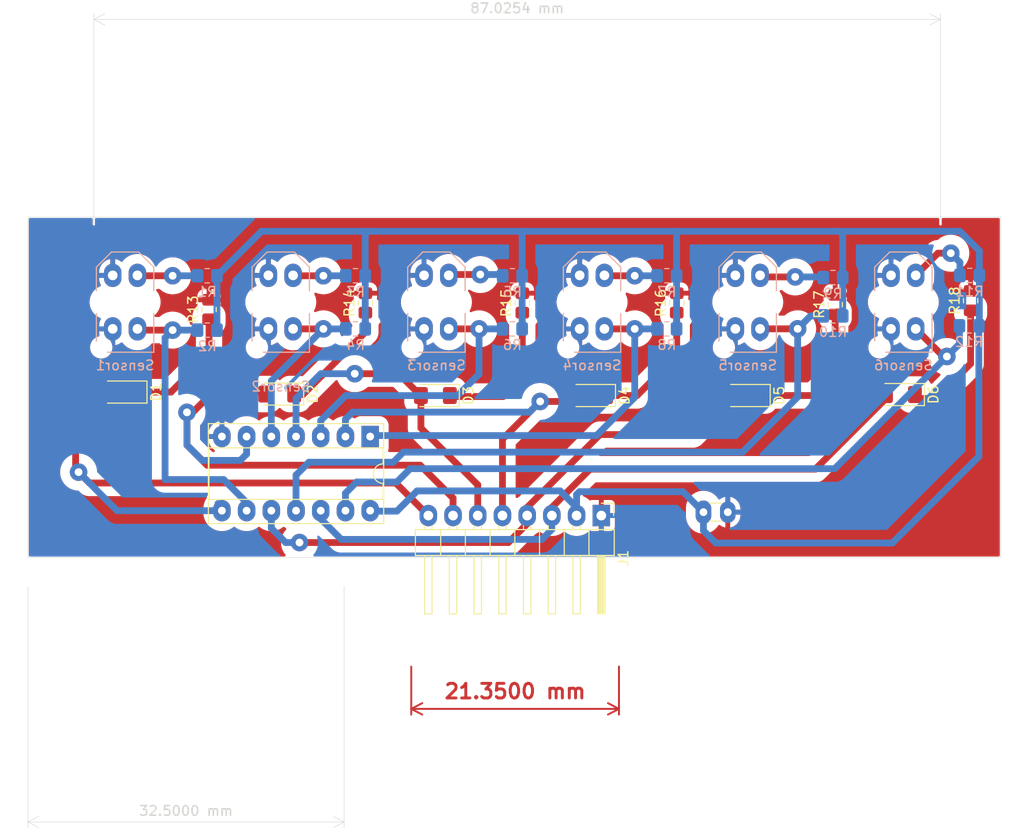
<source format=kicad_pcb>
(kicad_pcb (version 20241229) (generator "pcbnew") (generator_version "9.0")
  (layers (0 "F.Cu" signal) (2 "B.Cu" signal) (13 "F.Paste" user) (15 "B.Paste" user) (5 "F.SilkS" user "F.Silkscreen") (7 "B.SilkS" user "B.Silkscreen") (1 "F.Mask" user) (3 "B.Mask" user) (25 "Edge.Cuts" user))
  (net 0 "")
  (net 1 "vcc")
  (net 2 "GND")
  (net 3 "Net-(D1-K)")
  (net 4 "/Led_Sensor1")
  (net 5 "Net-(D2-K)")
  (net 6 "/Led_Sensor2")
  (net 7 "/Led_Sensor3")
  (net 8 "Net-(D3-K)")
  (net 9 "/Led_Sensor4")
  (net 10 "Net-(D4-K)")
  (net 11 "/Led_Sensor5")
  (net 12 "Net-(D5-K)")
  (net 13 "/Led_Sensor6")
  (net 14 "Net-(D6-K)")
  (net 15 "Net-(R1-Pad1)")
  (net 16 "/Sensor1")
  (net 17 "Net-(R3-Pad1)")
  (net 18 "/Sensor2")
  (net 19 "Net-(R5-Pad1)")
  (net 20 "/Sensor3")
  (net 21 "Net-(R7-Pad1)")
  (net 22 "/Sensor4")
  (net 23 "Net-(R9-Pad1)")
  (net 24 "/Sensor5")
  (net 25 "Net-(R11-Pad1)")
  (net 26 "/Sensor6")
  (footprint "Connector_PinHeader_2.54mm:PinHeader_1x08_P2.54mm_Horizontal" (layer "F.Cu") (at 109.5098 59.2266 -90)
    (property "Reference" "J1" (at 4.385 -2.27 270) (layer "F.SilkS"))
    (property "Value" "Conn_01x08_Pin")
    (pad "1" thru_hole rect (at 0 0 270) (size 2.2 1.8) (drill 1) (layers "*.Cu" "*.Mask") (net 2 "GND"))
    (pad "2" thru_hole oval (at 0 2.54 270) (size 2.2 1.8) (drill 1) (layers "*.Cu" "*.Mask") (net 1 "vcc"))
    (pad "3" thru_hole oval (at 0 5.08 270) (size 2.2 1.8) (drill 1) (layers "*.Cu" "*.Mask") (net 13 "/Led_Sensor6"))
    (pad "4" thru_hole oval (at 0 7.62 270) (size 2.2 1.8) (drill 1) (layers "*.Cu" "*.Mask") (net 11 "/Led_Sensor5"))
    (pad "5" thru_hole oval (at 0 10.16 270) (size 2.2 1.8) (drill 1) (layers "*.Cu" "*.Mask") (net 9 "/Led_Sensor4"))
    (pad "6" thru_hole oval (at 0 12.7 270) (size 2.2 1.8) (drill 1) (layers "*.Cu" "*.Mask") (net 7 "/Led_Sensor3"))
    (pad "7" thru_hole oval (at 0 15.24 270) (size 2.2 1.8) (drill 1) (layers "*.Cu" "*.Mask") (net 6 "/Led_Sensor2"))
    (pad "8" thru_hole oval (at 0 17.78 270) (size 2.2 1.8) (drill 1) (layers "*.Cu" "*.Mask") (net 4 "/Led_Sensor1"))
  )
  (footprint "Resistor_SMD:R_0805_2012Metric_Pad1.20x1.40mm_HandSolder" (layer "F.Cu") (at 101.388617 37.3712 90)
    (property "Reference" "R15" (at 0 -1.65 90) (layer "F.SilkS"))
    (property "Value" "1k")
    (pad "1" smd roundrect (at -1 0 90) (size 1.2 1.4) (layers "F.Cu" "F.Mask" "F.Paste") (roundrect_rratio 0.208333) (net 8 "Net-(D3-K)"))
    (pad "2" smd roundrect (at 1 0 90) (size 1.2 1.4) (layers "F.Cu" "F.Mask" "F.Paste") (roundrect_rratio 0.208333) (net 2 "GND"))
  )
  (footprint "LED_SMD:LED_1206_3216Metric_Pad1.42x1.75mm_HandSolder" (layer "F.Cu") (at 76.454 46.736 180)
    (property "Reference" "D2" (at -3.390017 0 90) (layer "F.SilkS"))
    (property "Value" "LED")
    (pad "1" smd roundrect (at -1.4875 0 180) (size 1.425 1.75) (layers "F.Cu" "F.Mask" "F.Paste") (roundrect_rratio 0.175439) (net 5 "Net-(D2-K)"))
    (pad "2" smd roundrect (at 1.4875 0 180) (size 1.425 1.75) (layers "F.Cu" "F.Mask" "F.Paste") (roundrect_rratio 0.175439) (net 6 "/Led_Sensor2"))
  )
  (footprint "Resistor_SMD:R_0805_2012Metric_Pad1.20x1.40mm_HandSolder" (layer "F.Cu") (at 147.4724 37.1348 90)
    (property "Reference" "R18" (at 0 -1.65 90) (layer "F.SilkS"))
    (property "Value" "1k")
    (pad "1" smd roundrect (at -1 0 90) (size 1.2 1.4) (layers "F.Cu" "F.Mask" "F.Paste") (roundrect_rratio 0.208333) (net 14 "Net-(D6-K)"))
    (pad "2" smd roundrect (at 1 0 90) (size 1.2 1.4) (layers "F.Cu" "F.Mask" "F.Paste") (roundrect_rratio 0.208333) (net 2 "GND"))
  )
  (footprint "LED_SMD:LED_1206_3216Metric_Pad1.42x1.75mm_HandSolder" (layer "F.Cu") (at 92.456 46.8884 180)
    (property "Reference" "D3" (at -3.390017 0 90) (layer "F.SilkS"))
    (property "Value" "LED" (hide yes))
    (pad "1" smd roundrect (at -1.4875 0 180) (size 1.425 1.75) (layers "F.Cu" "F.Mask" "F.Paste") (roundrect_rratio 0.175439) (net 8 "Net-(D3-K)"))
    (pad "2" smd roundrect (at 1.4875 0 180) (size 1.425 1.75) (layers "F.Cu" "F.Mask" "F.Paste") (roundrect_rratio 0.175439) (net 7 "/Led_Sensor3"))
  )
  (footprint "LED_SMD:LED_1206_3216Metric_Pad1.42x1.75mm_HandSolder" (layer "F.Cu") (at 140.2588 46.7868 180)
    (property "Reference" "D6" (at -3.390017 0 90) (layer "F.SilkS"))
    (property "Value" "LED")
    (pad "1" smd roundrect (at -1.4875 0 180) (size 1.425 1.75) (layers "F.Cu" "F.Mask" "F.Paste") (roundrect_rratio 0.175439) (net 14 "Net-(D6-K)"))
    (pad "2" smd roundrect (at 1.4875 0 180) (size 1.425 1.75) (layers "F.Cu" "F.Mask" "F.Paste") (roundrect_rratio 0.175439) (net 13 "/Led_Sensor6"))
  )
  (footprint "Resistor_SMD:R_0805_2012Metric_Pad1.20x1.40mm_HandSolder" (layer "F.Cu") (at 69.1896 38.0492 90)
    (property "Reference" "R13" (at 0 -1.65 90) (layer "F.SilkS"))
    (property "Value" "1k")
    (pad "1" smd roundrect (at -1 0 90) (size 1.2 1.4) (layers "F.Cu" "F.Mask" "F.Paste") (roundrect_rratio 0.208333) (net 3 "Net-(D1-K)"))
    (pad "2" smd roundrect (at 1 0 90) (size 1.2 1.4) (layers "F.Cu" "F.Mask" "F.Paste") (roundrect_rratio 0.208333) (net 2 "GND"))
  )
  (footprint "LED_SMD:LED_1206_3216Metric_Pad1.42x1.75mm_HandSolder" (layer "F.Cu") (at 108.5088 46.8884 180)
    (property "Reference" "D4" (at -3.390017 0 270) (layer "F.SilkS"))
    (property "Value" "LED")
    (pad "1" smd roundrect (at -1.4875 0 180) (size 1.425 1.75) (layers "F.Cu" "F.Mask" "F.Paste") (roundrect_rratio 0.175439) (net 10 "Net-(D4-K)"))
    (pad "2" smd roundrect (at 1.4875 0 180) (size 1.425 1.75) (layers "F.Cu" "F.Mask" "F.Paste") (roundrect_rratio 0.175439) (net 9 "/Led_Sensor4"))
  )
  (footprint "Resistor_SMD:R_0805_2012Metric_Pad1.20x1.40mm_HandSolder" (layer "F.Cu") (at 133.5532 37.5412 90)
    (property "Reference" "R17" (at 0 -1.65 90) (layer "F.SilkS"))
    (property "Value" "1k")
    (pad "1" smd roundrect (at -1 0 90) (size 1.2 1.4) (layers "F.Cu" "F.Mask" "F.Paste") (roundrect_rratio 0.208333) (net 12 "Net-(D5-K)"))
    (pad "2" smd roundrect (at 1 0 90) (size 1.2 1.4) (layers "F.Cu" "F.Mask" "F.Paste") (roundrect_rratio 0.208333) (net 2 "GND"))
  )
  (footprint "Resistor_SMD:R_0805_2012Metric_Pad1.20x1.40mm_HandSolder" (layer "F.Cu") (at 85.259617 37.3712 90)
    (property "Reference" "R14" (at 0 -1.65 90) (layer "F.SilkS"))
    (property "Value" "1k")
    (pad "1" smd roundrect (at -1 0 90) (size 1.2 1.4) (layers "F.Cu" "F.Mask" "F.Paste") (roundrect_rratio 0.208333) (net 5 "Net-(D2-K)"))
    (pad "2" smd roundrect (at 1 0 90) (size 1.2 1.4) (layers "F.Cu" "F.Mask" "F.Paste") (roundrect_rratio 0.208333) (net 2 "GND"))
  )
  (footprint "Resistor_SMD:R_0805_2012Metric_Pad1.20x1.40mm_HandSolder" (layer "F.Cu") (at 117.263617 37.3712 90)
    (property "Reference" "R16" (at 0 -1.65 90) (layer "F.SilkS"))
    (property "Value" "1k")
    (pad "1" smd roundrect (at -1 0 90) (size 1.2 1.4) (layers "F.Cu" "F.Mask" "F.Paste") (roundrect_rratio 0.208333) (net 10 "Net-(D4-K)"))
    (pad "2" smd roundrect (at 1 0 90) (size 1.2 1.4) (layers "F.Cu" "F.Mask" "F.Paste") (roundrect_rratio 0.208333) (net 2 "GND"))
  )
  (footprint "Package_DIP:DIP-14_W7.62mm_Socket" (layer "F.Cu") (at 85.7504 51.1048 -90)
    (property "Reference" "U1" (hide yes))
    (property "Value" "74HC14DR2G")
    (pad "1" thru_hole rect (at 0 0 270) (size 2.2 1.8) (drill 0.8) (layers "*.Cu" "*.Mask") (net 22 "/Sensor4"))
    (pad "2" thru_hole oval (at 0 2.54 270) (size 2.2 1.8) (drill 0.8) (layers "*.Cu" "*.Mask") (net 9 "/Led_Sensor4"))
    (pad "3" thru_hole oval (at 0 5.08 270) (size 2.2 1.8) (drill 0.8) (layers "*.Cu" "*.Mask") (net 20 "/Sensor3"))
    (pad "4" thru_hole oval (at 0 7.62 270) (size 2.2 1.8) (drill 0.8) (layers "*.Cu" "*.Mask") (net 7 "/Led_Sensor3"))
    (pad "5" thru_hole oval (at 0 10.16 270) (size 2.2 1.8) (drill 0.8) (layers "*.Cu" "*.Mask") (net 18 "/Sensor2"))
    (pad "6" thru_hole oval (at 0 12.7 270) (size 2.2 1.8) (drill 0.8) (layers "*.Cu" "*.Mask") (net 6 "/Led_Sensor2"))
    (pad "7" thru_hole oval (at 0 15.24 270) (size 2.2 1.8) (drill 0.8) (layers "*.Cu" "*.Mask") (net 2 "GND"))
    (pad "8" thru_hole oval (at 7.62 15.24 270) (size 2.2 1.8) (drill 0.8) (layers "*.Cu" "*.Mask") (net 4 "/Led_Sensor1"))
    (pad "9" thru_hole oval (at 7.62 12.7 270) (size 2.2 1.8) (drill 0.8) (layers "*.Cu" "*.Mask") (net 16 "/Sensor1"))
    (pad "10" thru_hole oval (at 7.62 10.16 270) (size 2.2 1.8) (drill 0.8) (layers "*.Cu" "*.Mask") (net 11 "/Led_Sensor5"))
    (pad "11" thru_hole oval (at 7.62 7.62 270) (size 2.2 1.8) (drill 0.8) (layers "*.Cu" "*.Mask") (net 24 "/Sensor5"))
    (pad "12" thru_hole oval (at 7.62 5.08 270) (size 2.2 1.8) (drill 0.8) (layers "*.Cu" "*.Mask") (net 13 "/Led_Sensor6"))
    (pad "13" thru_hole oval (at 7.62 2.54 270) (size 2.2 1.8) (drill 0.8) (layers "*.Cu" "*.Mask") (net 26 "/Sensor6"))
    (pad "14" thru_hole oval (at 7.62 0 270) (size 2.2 1.8) (drill 0.8) (layers "*.Cu" "*.Mask") (net 1 "vcc"))
  )
  (footprint "Capacitor_THT:C_Disc_D3.0mm_W1.6mm_P2.50mm" (layer "F.Cu") (at 120.0096 58.8772)
    (property "Reference" "C1" (hide yes))
    (property "Value" "C")
    (pad "1" thru_hole oval (at 0 0) (size 1.6 2.4) (drill 0.8) (layers "*.Cu" "*.Mask") (net 1 "vcc"))
    (pad "2" thru_hole oval (at 2.5 0) (size 1.6 2.2) (drill 0.8) (layers "*.Cu" "*.Mask") (net 2 "GND"))
  )
  (footprint "LED_SMD:LED_1206_3216Metric_Pad1.42x1.75mm_HandSolder" (layer "F.Cu") (at 124.4092 46.8884 180)
    (property "Reference" "D5" (at -3.390017 0 270) (layer "F.SilkS"))
    (property "Value" "LED")
    (pad "1" smd roundrect (at -1.4875 0 180) (size 1.425 1.75) (layers "F.Cu" "F.Mask" "F.Paste") (roundrect_rratio 0.175439) (net 12 "Net-(D5-K)"))
    (pad "2" smd roundrect (at 1.4875 0 180) (size 1.425 1.75) (layers "F.Cu" "F.Mask" "F.Paste") (roundrect_rratio 0.175439) (net 11 "/Led_Sensor5"))
  )
  (footprint "LED_SMD:LED_1206_3216Metric_Pad1.42x1.75mm_HandSolder" (layer "F.Cu") (at 60.3504 46.5328 180)
    (property "Reference" "D1" (at -3.390017 0 90) (layer "F.SilkS"))
    (property "Value" "LED")
    (pad "1" smd roundrect (at -1.4875 0 180) (size 1.425 1.75) (layers "F.Cu" "F.Mask" "F.Paste") (roundrect_rratio 0.175439) (net 3 "Net-(D1-K)"))
    (pad "2" smd roundrect (at 1.4875 0 180) (size 1.425 1.75) (layers "F.Cu" "F.Mask" "F.Paste") (roundrect_rratio 0.175439) (net 4 "/Led_Sensor1"))
  )
  (footprint "Resistor_SMD:R_0805_2012Metric_Pad1.20x1.40mm_HandSolder" (layer "B.Cu") (at 116.247617 40.0382)
    (property "Reference" "R8" (at 0 1.65 0) (layer "B.SilkS") (effects (justify mirror)))
    (property "Value" "10k")
    (pad "1" smd roundrect (at -1 0) (size 1.2 1.4) (layers "B.Cu" "B.Mask" "B.Paste") (roundrect_rratio 0.208333) (net 22 "/Sensor4"))
    (pad "2" smd roundrect (at 1 0) (size 1.2 1.4) (layers "B.Cu" "B.Mask" "B.Paste") (roundrect_rratio 0.208333) (net 1 "vcc"))
  )
  (footprint "TCRT5000:OPTO_TCRT5000_ancho" (layer "B.Cu") (at 92.5576 37.2872 90)
    (property "Reference" "Sensor3" (at -6.5 0 0) (layer "B.SilkS") (effects (font (size 1.004126 1.004126)) (justify mirror)))
    (property "Value" "TCRT5000")
    (pad "" np_thru_hole circle (at -4.65 -2.45 90) (size 1 1) (drill 1.3) (layers "*.Cu" "*.Mask"))
    (pad "" np_thru_hole circle (at 0 -1.9 90) (size 2.5 2.5) (drill 2.5) (layers "*.Cu" "*.Mask"))
    (pad "" np_thru_hole circle (at 0 1.9 90) (size 2.5 2.5) (drill 2.5) (layers "*.Cu" "*.Mask"))
    (pad "A" thru_hole oval (at 2.75 1.27 90) (size 2.4 1.8) (drill 1) (layers "*.Cu" "*.Mask") (net 19 "Net-(R5-Pad1)"))
    (pad "CATH" thru_hole oval (at 2.75 -1.27 90) (size 2.4 1.8) (drill 1) (layers "*.Cu" "*.Mask") (net 2 "GND"))
    (pad "COLL" thru_hole oval (at -2.75 1.27 90) (size 2.4 1.8) (drill 1) (layers "*.Cu" "*.Mask") (net 20 "/Sensor3"))
    (pad "E" thru_hole oval (at -2.75 -1.27 90) (size 2.4 1.8) (drill 1) (layers "*.Cu" "*.Mask") (net 2 "GND"))
  )
  (footprint "TCRT5000:OPTO_TCRT5000_ancho" (layer "B.Cu") (at 76.5576 37.2872 90)
    (property "Reference" "Sensor2" (at -8.674 0 0) (layer "B.SilkS") (effects (font (size 1.004126 1.004126)) (justify mirror)))
    (property "Value" "TCRT5000")
    (pad "" np_thru_hole circle (at -4.65 -2.45 90) (size 1 1) (drill 1.3) (layers "*.Cu" "*.Mask"))
    (pad "" np_thru_hole circle (at 0 -1.9 90) (size 2.5 2.5) (drill 2.5) (layers "*.Cu" "*.Mask"))
    (pad "" np_thru_hole circle (at 0 1.9 90) (size 2.5 2.5) (drill 2.5) (layers "*.Cu" "*.Mask"))
    (pad "A" thru_hole oval (at 2.75 1.27 90) (size 2.4 1.8) (drill 1) (layers "*.Cu" "*.Mask") (net 17 "Net-(R3-Pad1)"))
    (pad "CATH" thru_hole oval (at 2.75 -1.27 90) (size 2.4 1.8) (drill 1) (layers "*.Cu" "*.Mask") (net 2 "GND"))
    (pad "COLL" thru_hole oval (at -2.75 1.27 90) (size 2.4 1.8) (drill 1) (layers "*.Cu" "*.Mask") (net 18 "/Sensor2"))
    (pad "E" thru_hole oval (at -2.75 -1.27 90) (size 2.4 1.8) (drill 1) (layers "*.Cu" "*.Mask") (net 2 "GND"))
  )
  (footprint "Resistor_SMD:R_0805_2012Metric_Pad1.20x1.40mm_HandSolder" (layer "B.Cu") (at 116.247617 34.5772)
    (property "Reference" "R7" (at 0 1.65 0) (layer "B.SilkS") (effects (justify mirror)))
    (property "Value" "10k")
    (pad "1" smd roundrect (at -1 0) (size 1.2 1.4) (layers "B.Cu" "B.Mask" "B.Paste") (roundrect_rratio 0.208333) (net 21 "Net-(R7-Pad1)"))
    (pad "2" smd roundrect (at 1 0) (size 1.2 1.4) (layers "B.Cu" "B.Mask" "B.Paste") (roundrect_rratio 0.208333) (net 1 "vcc"))
  )
  (footprint "TCRT5000:OPTO_TCRT5000_ancho" (layer "B.Cu") (at 140.5576 37.2872 90)
    (property "Reference" "Sensor6" (at -6.5 0 0) (layer "B.SilkS") (effects (font (size 1.004126 1.004126)) (justify mirror)))
    (property "Value" "TCRT5000")
    (pad "" np_thru_hole circle (at -4.65 -2.45 90) (size 1 1) (drill 1.3) (layers "*.Cu" "*.Mask"))
    (pad "" np_thru_hole circle (at 0 -1.9 90) (size 2.5 2.5) (drill 2.5) (layers "*.Cu" "*.Mask"))
    (pad "" np_thru_hole circle (at 0 1.9 90) (size 2.5 2.5) (drill 2.5) (layers "*.Cu" "*.Mask"))
    (pad "A" thru_hole oval (at 2.75 1.27 90) (size 2.4 1.8) (drill 1) (layers "*.Cu" "*.Mask") (net 25 "Net-(R11-Pad1)"))
    (pad "CATH" thru_hole oval (at 2.75 -1.27 90) (size 2.4 1.8) (drill 1) (layers "*.Cu" "*.Mask") (net 2 "GND"))
    (pad "COLL" thru_hole oval (at -2.75 1.27 90) (size 2.4 1.8) (drill 1) (layers "*.Cu" "*.Mask") (net 26 "/Sensor6"))
    (pad "E" thru_hole oval (at -2.75 -1.27 90) (size 2.4 1.8) (drill 1) (layers "*.Cu" "*.Mask") (net 2 "GND"))
  )
  (footprint "Resistor_SMD:R_0805_2012Metric_Pad1.20x1.40mm_HandSolder" (layer "B.Cu") (at 100.372617 40.0382)
    (property "Reference" "R6" (at 0 1.65 0) (layer "B.SilkS") (effects (justify mirror)))
    (property "Value" "10k")
    (pad "1" smd roundrect (at -1 0) (size 1.2 1.4) (layers "B.Cu" "B.Mask" "B.Paste") (roundrect_rratio 0.208333) (net 20 "/Sensor3"))
    (pad "2" smd roundrect (at 1 0) (size 1.2 1.4) (layers "B.Cu" "B.Mask" "B.Paste") (roundrect_rratio 0.208333) (net 1 "vcc"))
  )
  (footprint "Resistor_SMD:R_0805_2012Metric_Pad1.20x1.40mm_HandSolder" (layer "B.Cu") (at 84.243617 34.5772)
    (property "Reference" "R3" (at 0 1.65 0) (layer "B.SilkS") (effects (justify mirror)))
    (property "Value" "10k")
    (pad "1" smd roundrect (at -1 0) (size 1.2 1.4) (layers "B.Cu" "B.Mask" "B.Paste") (roundrect_rratio 0.208333) (net 17 "Net-(R3-Pad1)"))
    (pad "2" smd roundrect (at 1 0) (size 1.2 1.4) (layers "B.Cu" "B.Mask" "B.Paste") (roundrect_rratio 0.208333) (net 1 "vcc"))
  )
  (footprint "Resistor_SMD:R_0805_2012Metric_Pad1.20x1.40mm_HandSolder" (layer "B.Cu") (at 133.3246 38.7002)
    (property "Reference" "R10" (at 0 1.65 0) (layer "B.SilkS") (effects (justify mirror)))
    (property "Value" "10k")
    (pad "1" smd roundrect (at -1 0) (size 1.2 1.4) (layers "B.Cu" "B.Mask" "B.Paste") (roundrect_rratio 0.208333) (net 24 "/Sensor5"))
    (pad "2" smd roundrect (at 1 0) (size 1.2 1.4) (layers "B.Cu" "B.Mask" "B.Paste") (roundrect_rratio 0.208333) (net 1 "vcc"))
  )
  (footprint "Resistor_SMD:R_0805_2012Metric_Pad1.20x1.40mm_HandSolder" (layer "B.Cu") (at 69.003617 40.1652)
    (property "Reference" "R2" (at 0 1.65 0) (layer "B.SilkS") (effects (justify mirror)))
    (property "Value" "10k")
    (pad "1" smd roundrect (at -1 0) (size 1.2 1.4) (layers "B.Cu" "B.Mask" "B.Paste") (roundrect_rratio 0.208333) (net 16 "/Sensor1"))
    (pad "2" smd roundrect (at 1 0) (size 1.2 1.4) (layers "B.Cu" "B.Mask" "B.Paste") (roundrect_rratio 0.208333) (net 1 "vcc"))
  )
  (footprint "Resistor_SMD:R_0805_2012Metric_Pad1.20x1.40mm_HandSolder" (layer "B.Cu") (at 100.372617 34.5772)
    (property "Reference" "R5" (at 0 1.65 0) (layer "B.SilkS") (effects (justify mirror)))
    (property "Value" "10k")
    (pad "1" smd roundrect (at -1 0) (size 1.2 1.4) (layers "B.Cu" "B.Mask" "B.Paste") (roundrect_rratio 0.208333) (net 19 "Net-(R5-Pad1)"))
    (pad "2" smd roundrect (at 1 0) (size 1.2 1.4) (layers "B.Cu" "B.Mask" "B.Paste") (roundrect_rratio 0.208333) (net 1 "vcc"))
  )
  (footprint "TCRT5000:OPTO_TCRT5000_ancho" (layer "B.Cu") (at 124.5576 37.2872 90)
    (property "Reference" "Sensor5" (at -6.5 0 0) (layer "B.SilkS") (effects (font (size 1.004126 1.004126)) (justify mirror)))
    (property "Value" "TCRT5000")
    (pad "" np_thru_hole circle (at -4.65 -2.45 90) (size 1 1) (drill 1.3) (layers "*.Cu" "*.Mask"))
    (pad "" np_thru_hole circle (at 0 -1.9 90) (size 2.5 2.5) (drill 2.5) (layers "*.Cu" "*.Mask"))
    (pad "" np_thru_hole circle (at 0 1.9 90) (size 2.5 2.5) (drill 2.5) (layers "*.Cu" "*.Mask"))
    (pad "A" thru_hole oval (at 2.75 1.27 90) (size 2.4 1.8) (drill 1) (layers "*.Cu" "*.Mask") (net 23 "Net-(R9-Pad1)"))
    (pad "CATH" thru_hole oval (at 2.75 -1.27 90) (size 2.4 1.8) (drill 1) (layers "*.Cu" "*.Mask") (net 2 "GND"))
    (pad "COLL" thru_hole oval (at -2.75 1.27 90) (size 2.4 1.8) (drill 1) (layers "*.Cu" "*.Mask") (net 24 "/Sensor5"))
    (pad "E" thru_hole oval (at -2.75 -1.27 90) (size 2.4 1.8) (drill 1) (layers "*.Cu" "*.Mask") (net 2 "GND"))
  )
  (footprint "Resistor_SMD:R_0805_2012Metric_Pad1.20x1.40mm_HandSolder" (layer "B.Cu") (at 84.243617 40.0382)
    (property "Reference" "R4" (at 0 1.65 0) (layer "B.SilkS") (effects (justify mirror)))
    (property "Value" "10k")
    (pad "1" smd roundrect (at -1 0) (size 1.2 1.4) (layers "B.Cu" "B.Mask" "B.Paste") (roundrect_rratio 0.208333) (net 18 "/Sensor2"))
    (pad "2" smd roundrect (at 1 0) (size 1.2 1.4) (layers "B.Cu" "B.Mask" "B.Paste") (roundrect_rratio 0.208333) (net 1 "vcc"))
  )
  (footprint "Resistor_SMD:R_0805_2012Metric_Pad1.20x1.40mm_HandSolder" (layer "B.Cu") (at 69.003617 34.5772)
    (property "Reference" "R1" (at 0 1.65 0) (layer "B.SilkS") (effects (justify mirror)))
    (property "Value" "10k")
    (pad "1" smd roundrect (at -1 0) (size 1.2 1.4) (layers "B.Cu" "B.Mask" "B.Paste") (roundrect_rratio 0.208333) (net 15 "Net-(R1-Pad1)"))
    (pad "2" smd roundrect (at 1 0) (size 1.2 1.4) (layers "B.Cu" "B.Mask" "B.Paste") (roundrect_rratio 0.208333) (net 1 "vcc"))
  )
  (footprint "Resistor_SMD:R_0805_2012Metric_Pad1.20x1.40mm_HandSolder" (layer "B.Cu") (at 133.3246 34.7632)
    (property "Reference" "R9" (at 0 1.65 0) (layer "B.SilkS") (effects (justify mirror)))
    (property "Value" "10k")
    (pad "1" smd roundrect (at -1 0) (size 1.2 1.4) (layers "B.Cu" "B.Mask" "B.Paste") (roundrect_rratio 0.208333) (net 23 "Net-(R9-Pad1)"))
    (pad "2" smd roundrect (at 1 0) (size 1.2 1.4) (layers "B.Cu" "B.Mask" "B.Paste") (roundrect_rratio 0.208333) (net 1 "vcc"))
  )
  (footprint "TCRT5000:OPTO_TCRT5000_ancho" (layer "B.Cu") (at 60.5576 37.2872 90)
    (property "Reference" "Sensor1" (at -6.5 0 0) (layer "B.SilkS") (effects (font (size 1.004126 1.004126)) (justify mirror)))
    (property "Value" "TCRT5000")
    (pad "" np_thru_hole circle (at -4.65 -2.45 90) (size 1 1) (drill 1.3) (layers "*.Cu" "*.Mask"))
    (pad "" np_thru_hole circle (at 0 -1.9 90) (size 2.5 2.5) (drill 2.5) (layers "*.Cu" "*.Mask"))
    (pad "" np_thru_hole circle (at 0 1.9 90) (size 2.5 2.5) (drill 2.5) (layers "*.Cu" "*.Mask"))
    (pad "A" thru_hole oval (at 2.75 1.27 90) (size 2.4 1.8) (drill 1) (layers "*.Cu" "*.Mask") (net 15 "Net-(R1-Pad1)"))
    (pad "CATH" thru_hole oval (at 2.75 -1.27 90) (size 2.4 1.8) (drill 1) (layers "*.Cu" "*.Mask") (net 2 "GND"))
    (pad "COLL" thru_hole oval (at -2.75 1.27 90) (size 2.4 1.8) (drill 1) (layers "*.Cu" "*.Mask") (net 16 "/Sensor1"))
    (pad "E" thru_hole oval (at -2.75 -1.27 90) (size 2.4 1.8) (drill 1) (layers "*.Cu" "*.Mask") (net 2 "GND"))
  )
  (footprint "Resistor_SMD:R_0805_2012Metric_Pad1.20x1.40mm_HandSolder" (layer "B.Cu") (at 147.32 39.7256)
    (property "Reference" "R12" (at 0 1.65 0) (layer "B.SilkS") (effects (justify mirror)))
    (property "Value" "10k")
    (pad "1" smd roundrect (at -1 0) (size 1.2 1.4) (layers "B.Cu" "B.Mask" "B.Paste") (roundrect_rratio 0.208333) (net 26 "/Sensor6"))
    (pad "2" smd roundrect (at 1 0) (size 1.2 1.4) (layers "B.Cu" "B.Mask" "B.Paste") (roundrect_rratio 0.208333) (net 1 "vcc"))
  )
  (footprint "Resistor_SMD:R_0805_2012Metric_Pad1.20x1.40mm_HandSolder" (layer "B.Cu") (at 147.3708 34.544)
    (property "Reference" "R11" (at 0 1.65 0) (layer "B.SilkS") (effects (justify mirror)))
    (property "Value" "10k")
    (pad "1" smd roundrect (at -1 0) (size 1.2 1.4) (layers "B.Cu" "B.Mask" "B.Paste") (roundrect_rratio 0.208333) (net 25 "Net-(R11-Pad1)"))
    (pad "2" smd roundrect (at 1 0) (size 1.2 1.4) (layers "B.Cu" "B.Mask" "B.Paste") (roundrect_rratio 0.208333) (net 1 "vcc"))
  )
  (footprint "TCRT5000:OPTO_TCRT5000_ancho" (layer "B.Cu") (at 108.5576 37.2872 90)
    (property "Reference" "Sensor4" (at -6.5 0 0) (layer "B.SilkS") (effects (font (size 1.004126 1.004126)) (justify mirror)))
    (property "Value" "TCRT5000")
    (pad "" np_thru_hole circle (at -4.65 -2.45 90) (size 1 1) (drill 1.3) (layers "*.Cu" "*.Mask"))
    (pad "" np_thru_hole circle (at 0 -1.9 90) (size 2.5 2.5) (drill 2.5) (layers "*.Cu" "*.Mask"))
    (pad "" np_thru_hole circle (at 0 1.9 90) (size 2.5 2.5) (drill 2.5) (layers "*.Cu" "*.Mask"))
    (pad "A" thru_hole oval (at 2.75 1.27 90) (size 2.4 1.8) (drill 1) (layers "*.Cu" "*.Mask") (net 21 "Net-(R7-Pad1)"))
    (pad "CATH" thru_hole oval (at 2.75 -1.27 90) (size 2.4 1.8) (drill 1) (layers "*.Cu" "*.Mask") (net 2 "GND"))
    (pad "COLL" thru_hole oval (at -2.75 1.27 90) (size 2.4 1.8) (drill 1) (layers "*.Cu" "*.Mask") (net 22 "/Sensor4"))
    (pad "E" thru_hole oval (at -2.75 -1.27 90) (size 2.4 1.8) (drill 1) (layers "*.Cu" "*.Mask") (net 2 "GND"))
  )
  (gr_rect (start 50.5712 28.54) (end 150.5712 63.54) (stroke (width 0.05)) (fill no) (layer "Edge.Cuts"))
  (dimension (type orthogonal) (layer "F.Cu") (pts (xy 111.3248 74.2532) (xy 89.9748 74.2532)) (height 4.8424) (orientation 0) (format (prefix "") (suffix "") (units 3) (units_format 1) (precision 4)) (style (thickness 0.2) (arrow_length 1.27) (text_position_mode 0) (arrow_direction outward) (extension_height 0.58642) (extension_offset 0.5) (keep_text_aligned yes)) (gr_text "21,3500 mm" (at 100.6498 77.2956 0) (layer "F.Cu") (effects (font (size 1.5 1.5) (thickness 0.3)))))
  (dimension (type orthogonal) (layer "Edge.Cuts") (pts (xy 50.5712 66.04) (xy 83.0712 66.04)) (height 24.6888) (orientation 0) (format (prefix "") (suffix "") (units 3) (units_format 1) (precision 4)) (style (thickness 0.05) (arrow_length 1.27) (text_position_mode 0) (arrow_direction outward) (extension_height 0.58642) (extension_offset 0.5) (keep_text_aligned yes)) (gr_text "32,5000 mm" (at 66.8212 89.5788 0) (layer "Edge.Cuts") (effects (font (size 1 1) (thickness 0.15)))))
  (dimension (type orthogonal) (layer "Edge.Cuts") (pts (xy 57.348192 29.785) (xy 144.3736 29.785)) (height -21.5554) (orientation 0) (format (prefix "") (suffix "") (units 3) (units_format 1) (precision 4)) (style (thickness 0.05) (arrow_length 1.27) (text_position_mode 0) (arrow_direction outward) (extension_height 0.58642) (extension_offset 0.5) (keep_text_aligned yes)) (gr_text "87,0254 mm" (at 100.860896 7.0796 0) (layer "Edge.Cuts") (effects (font (size 1 1) (thickness 0.15)))))
  (segment (start 105.279395 56.6928) (end 106.9698 58.383205) (width 0.7) (layer "B.Cu") (net 1))
  (segment (start 148.3708 34.544) (end 148.3708 32.009776) (width 0.7) (layer "B.Cu") (net 1))
  (segment (start 74.573817 30.007) (end 70.003617 34.5772) (width 0.7) (layer "B.Cu") (net 1))
  (segment (start 101.372617 34.5772) (end 101.372617 30.183583) (width 0.7) (layer "B.Cu") (net 1))
  (segment (start 117.2972 30.007) (end 101.5492 30.007) (width 0.7) (layer "B.Cu") (net 1))
  (segment (start 101.372617 30.183583) (end 101.5492 30.007) (width 0.7) (layer "B.Cu") (net 1))
  (segment (start 101.372617 40.0382) (end 101.372617 34.5772) (width 0.7) (layer "B.Cu") (net 1))
  (segment (start 148.3708 39.6748) (end 148.32 39.7256) (width 0.7) (layer "B.Cu") (net 1))
  (segment (start 146.368024 30.007) (end 134.0104 30.007) (width 0.7) (layer "B.Cu") (net 1))
  (segment (start 85.243617 34.5772) (end 85.243617 40.0382) (width 0.7) (layer "B.Cu") (net 1))
  (segment (start 134.3246 30.3212) (end 134.0104 30.007) (width 0.7) (layer "B.Cu") (net 1))
  (segment (start 85.243617 30.310583) (end 85.5472 30.007) (width 0.7) (layer "B.Cu") (net 1))
  (segment (start 85.5472 30.007) (end 74.573817 30.007) (width 0.7) (layer "B.Cu") (net 1))
  (segment (start 148.3708 32.009776) (end 146.368024 30.007) (width 0.7) (layer "B.Cu") (net 1))
  (segment (start 134.3246 34.7632) (end 134.3246 30.3212) (width 0.7) (layer "B.Cu") (net 1))
  (segment (start 117.247617 30.056583) (end 117.2972 30.007) (width 0.7) (layer "B.Cu") (net 1))
  (segment (start 106.9698 57.0646) (end 107.2588 56.7756) (width 0.7) (layer "B.Cu") (net 1))
  (segment (start 148.32 53.1528) (end 148.32 39.7256) (width 0.7) (layer "B.Cu") (net 1))
  (segment (start 117.247617 34.5772) (end 117.247617 40.0382) (width 0.7) (layer "B.Cu") (net 1))
  (segment (start 121.2838 62.0514) (end 139.4214 62.0514) (width 0.7) (layer "B.Cu") (net 1))
  (segment (start 117.247617 34.5772) (end 117.247617 30.056583) (width 0.7) (layer "B.Cu") (net 1))
  (segment (start 90.5764 56.6928) (end 105.279395 56.6928) (width 0.7) (layer "B.Cu") (net 1))
  (segment (start 117.908 56.7756) (end 120.0096 58.8772) (width 0.7) (layer "B.Cu") (net 1))
  (segment (start 85.243617 34.5772) (end 85.243617 30.310583) (width 0.7) (layer "B.Cu") (net 1))
  (segment (start 107.2588 56.7756) (end 117.908 56.7756) (width 0.7) (layer "B.Cu") (net 1))
  (segment (start 88.4936 58.7756) (end 90.5764 56.6928) (width 0.7) (layer "B.Cu") (net 1))
  (segment (start 139.4214 62.0514) (end 148.32 53.1528) (width 0.7) (layer "B.Cu") (net 1))
  (segment (start 85.7504 58.7248) (end 85.8012 58.7756) (width 0.7) (layer "B.Cu") (net 1))
  (segment (start 134.0104 30.007) (end 117.2972 30.007) (width 0.7) (layer "B.Cu") (net 1))
  (segment (start 106.9698 58.383205) (end 106.9698 59.2266) (width 0.7) (layer "B.Cu") (net 1))
  (segment (start 101.5492 30.007) (end 85.5472 30.007) (width 0.7) (layer "B.Cu") (net 1))
  (segment (start 134.3246 34.7632) (end 134.3246 38.7002) (width 0.7) (layer "B.Cu") (net 1))
  (segment (start 85.8012 58.7756) (end 88.4936 58.7756) (width 0.7) (layer "B.Cu") (net 1))
  (segment (start 148.3708 34.544) (end 148.3708 39.6748) (width 0.7) (layer "B.Cu") (net 1))
  (segment (start 70.003617 34.5772) (end 70.003617 40.1652) (width 0.7) (layer "B.Cu") (net 1))
  (segment (start 120.0096 60.7772) (end 121.2838 62.0514) (width 0.7) (layer "B.Cu") (net 1))
  (segment (start 120.0096 58.8772) (end 120.0096 60.7772) (width 0.7) (layer "B.Cu") (net 1))
  (segment (start 106.9698 59.2266) (end 106.9698 57.0646) (width 0.7) (layer "B.Cu") (net 1))
  (segment (start 69.1896 42.6212) (end 69.1896 39.0492) (width 0.7) (layer "F.Cu") (net 3))
  (segment (start 65.278 46.5328) (end 69.1896 42.6212) (width 0.7) (layer "F.Cu") (net 3))
  (segment (start 61.8379 46.5328) (end 65.278 46.5328) (width 0.7) (layer "F.Cu") (net 3))
  (segment (start 55.4736 47.4472) (end 56.7436 46.1772) (width 0.7) (layer "F.Cu") (net 4))
  (segment (start 88.3832 55.88) (end 56.896 55.88) (width 0.7) (layer "F.Cu") (net 4))
  (segment (start 56.7436 46.1772) (end 58.8629 46.1772) (width 0.7) (layer "F.Cu") (net 4))
  (segment (start 91.7298 59.2266) (end 88.3832 55.88) (width 0.7) (layer "F.Cu") (net 4))
  (segment (start 55.4736 54.3052) (end 55.4736 47.4472) (width 0.7) (layer "F.Cu") (net 4))
  (segment (start 56.896 55.88) (end 55.7784 54.7624) (width 0.7) (layer "F.Cu") (net 4))
  (via (at 55.7784 54.7624) (size 1.8) (drill 0.8) (layers "F.Cu" "B.Cu") (net 4))
  (segment (start 59.7408 58.7248) (end 70.5104 58.7248) (width 0.7) (layer "B.Cu") (net 4))
  (segment (start 70.109 58.8364) (end 70.109 57.993005) (width 0.7) (layer "B.Cu") (net 4))
  (segment (start 55.7784 54.7624) (end 59.7408 58.7248) (width 0.7) (layer "B.Cu") (net 4))
  (segment (start 78.8416 46.7868) (end 85.259617 40.368783) (width 0.7) (layer "F.Cu") (net 5))
  (segment (start 85.259617 40.368783) (end 85.259617 38.3712) (width 0.7) (layer "F.Cu") (net 5))
  (segment (start 77.9415 46.8884) (end 78.0431 46.7868) (width 0.7) (layer "F.Cu") (net 5))
  (segment (start 78.0431 46.7868) (end 78.8416 46.7868) (width 0.7) (layer "F.Cu") (net 5))
  (segment (start 66.9184 48.6156) (end 67.5132 48.6156) (width 0.7) (layer "F.Cu") (net 6))
  (segment (start 90.8944 54.0512) (end 94.2698 57.4266) (width 0.7) (layer "F.Cu") (net 6))
  (segment (start 67.5132 48.6156) (end 69.596 46.5328) (width 0.7) (layer "F.Cu") (net 6))
  (segment (start 94.2698 57.4266) (end 94.2698 59.2266) (width 0.7) (layer "F.Cu") (net 6))
  (segment (start 69.596 46.5328) (end 74.9665 46.5328) (width 0.7) (layer "F.Cu") (net 6))
  (segment (start 68.9864 54.0512) (end 90.8944 54.0512) (width 0.7) (layer "F.Cu") (net 6))
  (segment (start 66.9184 51.9832) (end 68.9864 54.0512) (width 0.7) (layer "F.Cu") (net 6))
  (segment (start 66.9184 48.6156) (end 66.9184 51.9832) (width 0.7) (layer "F.Cu") (net 6))
  (via (at 66.9184 48.6156) (size 1.8) (drill 0.8) (layers "F.Cu" "B.Cu") (net 6))
  (segment (start 72.3994 53.5558) (end 73.0504 52.9048) (width 0.7) (layer "B.Cu") (net 6))
  (segment (start 66.9184 51.9832) (end 68.491 53.5558) (width 0.7) (layer "B.Cu") (net 6))
  (segment (start 66.9184 48.6156) (end 66.9184 51.9832) (width 0.7) (layer "B.Cu") (net 6))
  (segment (start 73.0504 52.9048) (end 73.0504 51.1048) (width 0.7) (layer "B.Cu") (net 6))
  (segment (start 68.491 53.5558) (end 72.3994 53.5558) (width 0.7) (layer "B.Cu") (net 6))
  (segment (start 96.8098 59.2266) (end 96.8098 56.0682) (width 0.7) (layer "F.Cu") (net 7))
  (segment (start 88.687591 44.643991) (end 90.932 46.8884) (width 0.7) (layer "F.Cu") (net 7))
  (segment (start 90.932 46.8884) (end 90.9685 46.8884) (width 0.7) (layer "F.Cu") (net 7))
  (segment (start 96.8098 56.0682) (end 90.9685 50.2269) (width 0.7) (layer "F.Cu") (net 7))
  (segment (start 84.166391 44.643991) (end 88.687591 44.643991) (width 0.7) (layer "F.Cu") (net 7))
  (segment (start 90.8669 46.99) (end 90.9685 46.8884) (width 0.7) (layer "F.Cu") (net 7))
  (segment (start 90.9685 50.2269) (end 90.9685 46.8884) (width 0.7) (layer "F.Cu") (net 7))
  (via (at 84.166391 44.643991) (size 1.8) (drill 0.8) (layers "F.Cu" "B.Cu") (net 7))
  (segment (start 84.166391 44.643991) (end 80.679609 44.643991) (width 0.7) (layer "B.Cu") (net 7))
  (segment (start 78.1304 47.1932) (end 78.1304 51.1048) (width 0.7) (layer "B.Cu") (net 7))
  (segment (start 80.679609 44.643991) (end 78.1304 47.1932) (width 0.7) (layer "B.Cu") (net 7))
  (segment (start 99.4156 46.99) (end 101.388617 45.016983) (width 0.7) (layer "F.Cu") (net 8))
  (segment (start 93.8927 46.99) (end 99.4156 46.99) (width 0.7) (layer "F.Cu") (net 8))
  (segment (start 101.388617 45.016983) (end 101.388617 38.3712) (width 0.7) (layer "F.Cu") (net 8))
  (segment (start 103.2256 47.498) (end 99.3498 51.3738) (width 0.7) (layer "F.Cu") (net 9))
  (segment (start 99.3498 51.3738) (end 99.3498 59.2266) (width 0.7) (layer "F.Cu") (net 9))
  (segment (start 106.4117 47.498) (end 107.0213 46.8884) (width 0.7) (layer "F.Cu") (net 9))
  (segment (start 103.2256 47.498) (end 106.4117 47.498) (width 0.7) (layer "F.Cu") (net 9))
  (via (at 103.2256 47.498) (size 1.8) (drill 0.8) (layers "F.Cu" "B.Cu") (net 9))
  (segment (start 102.127609 48.595991) (end 103.2256 47.498) (width 0.7) (layer "B.Cu") (net 9))
  (segment (start 83.938574 48.595991) (end 102.127609 48.595991) (width 0.7) (layer "B.Cu") (net 9))
  (segment (start 83.2104 51.1048) (end 83.2104 49.324165) (width 0.7) (layer "B.Cu") (net 9))
  (segment (start 83.2104 49.324165) (end 83.938574 48.595991) (width 0.7) (layer "B.Cu") (net 9))
  (segment (start 117.263617 42.807183) (end 117.263617 38.3712) (width 0.7) (layer "F.Cu") (net 10))
  (segment (start 109.9963 46.8884) (end 113.1824 46.8884) (width 0.7) (layer "F.Cu") (net 10))
  (segment (start 113.1824 46.8884) (end 117.263617 42.807183) (width 0.7) (layer "F.Cu") (net 10))
  (segment (start 101.8898 60.069995) (end 99.961195 61.9986) (width 0.7) (layer "F.Cu") (net 11))
  (segment (start 101.8898 58.383206) (end 109.371406 50.9016) (width 0.7) (layer "F.Cu") (net 11))
  (segment (start 118.9085 50.9016) (end 122.9217 46.8884) (width 0.7) (layer "F.Cu") (net 11))
  (segment (start 101.8898 59.2266) (end 101.8898 58.383206) (width 0.7) (layer "F.Cu") (net 11))
  (segment (start 101.8898 59.2266) (end 101.8898 60.069995) (width 0.7) (layer "F.Cu") (net 11))
  (segment (start 99.961195 61.9986) (end 78.486 61.9986) (width 0.7) (layer "F.Cu") (net 11))
  (segment (start 109.371406 50.9016) (end 118.9085 50.9016) (width 0.7) (layer "F.Cu") (net 11))
  (via (at 78.486 61.9986) (size 1.8) (drill 0.8) (layers "F.Cu" "B.Cu") (net 11))
  (segment (start 75.5904 60.5248) (end 77.0642 61.9986) (width 0.7) (layer "B.Cu") (net 11))
  (segment (start 77.0642 61.9986) (end 78.486 61.9986) (width 0.7) (layer "B.Cu") (net 11))
  (segment (start 75.5904 58.7248) (end 75.5904 60.5248) (width 0.7) (layer "B.Cu") (net 11))
  (segment (start 133.5532 44.6532) (end 133.5532 38.5412) (width 0.7) (layer "F.Cu") (net 12))
  (segment (start 125.8967 46.8884) (end 131.318 46.8884) (width 0.7) (layer "F.Cu") (net 12))
  (segment (start 131.318 46.8884) (end 133.5532 44.6532) (width 0.7) (layer "F.Cu") (net 12))
  (segment (start 131.5069 54.4576) (end 138.7713 47.1932) (width 0.7) (layer "F.Cu") (net 13))
  (segment (start 104.4298 58.383205) (end 108.355405 54.4576) (width 0.7) (layer "F.Cu") (net 13))
  (segment (start 104.4298 59.2266) (end 104.4298 58.383205) (width 0.7) (layer "F.Cu") (net 13))
  (segment (start 108.355405 54.4576) (end 131.5069 54.4576) (width 0.7) (layer "F.Cu") (net 13))
  (segment (start 103.400195 61.6776) (end 104.4298 60.647995) (width 0.7) (layer "B.Cu") (net 13))
  (segment (start 104.4298 60.647995) (end 104.4298 59.2266) (width 0.7) (layer "B.Cu") (net 13))
  (segment (start 80.9594 58.7248) (end 80.9594 58.6232) (width 0.7) (layer "B.Cu") (net 13))
  (segment (start 80.6704 58.7248) (end 80.6704 59.568195) (width 0.7) (layer "B.Cu") (net 13))
  (segment (start 82.779805 61.6776) (end 103.400195 61.6776) (width 0.7) (layer "B.Cu") (net 13))
  (segment (start 80.6704 59.568195) (end 82.779805 61.6776) (width 0.7) (layer "B.Cu") (net 13))
  (segment (start 80.6704 58.7248) (end 80.9594 58.7248) (width 0.7) (layer "B.Cu") (net 13))
  (segment (start 143.899395 47.1932) (end 147.4724 43.620195) (width 0.7) (layer "F.Cu") (net 14))
  (segment (start 147.4724 43.620195) (end 147.4724 38.1348) (width 0.7) (layer "F.Cu") (net 14))
  (segment (start 141.7463 47.1932) (end 143.899395 47.1932) (width 0.7) (layer "F.Cu") (net 14))
  (segment (start 61.8676 34.5772) (end 61.8276 34.5372) (width 0.7) (layer "F.Cu") (net 15))
  (segment (start 65.447617 34.5772) (end 61.8676 34.5772) (width 0.7) (layer "F.Cu") (net 15))
  (via (at 65.447617 34.5772) (size 1.8) (drill 0.8) (layers "F.Cu" "B.Cu") (net 15))
  (segment (start 65.447617 34.5772) (end 68.003617 34.5772) (width 0.7) (layer "B.Cu") (net 15))
  (segment (start 65.447617 40.1652) (end 61.9556 40.1652) (width 0.7) (layer "F.Cu") (net 16))
  (segment (start 61.9556 40.1652) (end 61.8276 40.0372) (width 0.7) (layer "F.Cu") (net 16))
  (via (at 65.447617 40.1652) (size 1.8) (drill 0.8) (layers "F.Cu" "B.Cu") (net 16))
  (segment (start 65.447617 40.1652) (end 68.003617 40.1652) (width 0.7) (layer "B.Cu") (net 16))
  (segment (start 73.0504 57.881405) (end 70.693395 55.5244) (width 0.7) (layer "B.Cu") (net 16))
  (segment (start 73.0504 58.7248) (end 73.0504 57.881405) (width 0.7) (layer "B.Cu") (net 16))
  (segment (start 70.693395 55.5244) (end 64.6684 55.5244) (width 0.7) (layer "B.Cu") (net 16))
  (segment (start 64.6684 40.944417) (end 65.447617 40.1652) (width 0.7) (layer "B.Cu") (net 16))
  (segment (start 64.6684 55.5244) (end 64.6684 40.944417) (width 0.7) (layer "B.Cu") (net 16))
  (segment (start 77.8676 34.5772) (end 77.8276 34.5372) (width 0.7) (layer "F.Cu") (net 17))
  (segment (start 80.941617 34.5772) (end 77.8676 34.5772) (width 0.7) (layer "F.Cu") (net 17))
  (via (at 80.941617 34.5772) (size 1.8) (drill 0.8) (layers "F.Cu" "B.Cu") (net 17))
  (segment (start 80.941617 34.5772) (end 83.243617 34.5772) (width 0.7) (layer "B.Cu") (net 17))
  (segment (start 80.941617 40.0382) (end 77.8286 40.0382) (width 0.7) (layer "F.Cu") (net 18))
  (segment (start 77.8286 40.0382) (end 77.8276 40.0372) (width 0.7) (layer "F.Cu") (net 18))
  (via (at 80.941617 40.0382) (size 1.8) (drill 0.8) (layers "F.Cu" "B.Cu") (net 18))
  (segment (start 75.5904 51.1048) (end 75.5904 45.389417) (width 0.7) (layer "B.Cu") (net 18))
  (segment (start 75.5904 45.389417) (end 80.941617 40.0382) (width 0.7) (layer "B.Cu") (net 18))
  (segment (start 80.941617 40.0382) (end 83.243617 40.0382) (width 0.7) (layer "B.Cu") (net 18))
  (segment (start 93.9146 34.4502) (end 93.8276 34.5372) (width 0.7) (layer "F.Cu") (net 19))
  (segment (start 97.070617 34.4502) (end 93.9146 34.4502) (width 0.7) (layer "F.Cu") (net 19))
  (via (at 97.070617 34.4502) (size 1.8) (drill 0.8) (layers "F.Cu" "B.Cu") (net 19))
  (segment (start 99.245617 34.4502) (end 99.372617 34.5772) (width 0.7) (layer "B.Cu") (net 19))
  (segment (start 97.070617 34.4502) (end 99.245617 34.4502) (width 0.7) (layer "B.Cu") (net 19))
  (segment (start 93.8286 40.0382) (end 93.8276 40.0372) (width 0.7) (layer "F.Cu") (net 20))
  (segment (start 96.943617 40.0382) (end 93.8286 40.0382) (width 0.7) (layer "F.Cu") (net 20))
  (via (at 96.943617 40.0382) (size 1.8) (drill 0.8) (layers "F.Cu" "B.Cu") (net 20))
  (segment (start 80.6704 51.1048) (end 80.6704 49.458587) (width 0.7) (layer "B.Cu") (net 20))
  (segment (start 96.943617 40.0382) (end 99.372617 40.0382) (width 0.7) (layer "B.Cu") (net 20))
  (segment (start 94.735409 46.894991) (end 96.943617 44.686783) (width 0.7) (layer "B.Cu") (net 20))
  (segment (start 96.943617 44.686783) (end 96.943617 40.0382) (width 0.7) (layer "B.Cu") (net 20))
  (segment (start 80.6704 49.458587) (end 83.233996 46.894991) (width 0.7) (layer "B.Cu") (net 20))
  (segment (start 83.233996 46.894991) (end 94.735409 46.894991) (width 0.7) (layer "B.Cu") (net 20))
  (segment (start 109.8676 34.5772) (end 109.8276 34.5372) (width 0.7) (layer "F.Cu") (net 21))
  (segment (start 112.945617 34.5772) (end 109.8676 34.5772) (width 0.7) (layer "F.Cu") (net 21))
  (via (at 112.945617 34.5772) (size 1.8) (drill 0.8) (layers "F.Cu" "B.Cu") (net 21))
  (segment (start 112.945617 34.5772) (end 115.247617 34.5772) (width 0.7) (layer "B.Cu") (net 21))
  (segment (start 112.945617 40.0382) (end 109.8286 40.0382) (width 0.7) (layer "F.Cu") (net 22))
  (segment (start 109.8286 40.0382) (end 109.8276 40.0372) (width 0.7) (layer "F.Cu") (net 22))
  (via (at 112.945617 40.0382) (size 1.8) (drill 0.8) (layers "F.Cu" "B.Cu") (net 22))
  (segment (start 109.0152 51.0048) (end 112.945617 47.074383) (width 0.7) (layer "B.Cu") (net 22))
  (segment (start 85.7504 51.1048) (end 85.8504 51.0048) (width 0.7) (layer "B.Cu") (net 22))
  (segment (start 85.8504 51.0048) (end 109.0152 51.0048) (width 0.7) (layer "B.Cu") (net 22))
  (segment (start 112.945617 40.0382) (end 115.247617 40.0382) (width 0.7) (layer "B.Cu") (net 22))
  (segment (start 112.945617 47.074383) (end 112.945617 40.0382) (width 0.7) (layer "B.Cu") (net 22))
  (segment (start 129.4384 34.6964) (end 125.9868 34.6964) (width 0.7) (layer "F.Cu") (net 23))
  (segment (start 125.9868 34.6964) (end 125.8276 34.5372) (width 0.7) (layer "F.Cu") (net 23))
  (via (at 129.4384 34.6964) (size 1.8) (drill 0.8) (layers "F.Cu" "B.Cu") (net 23))
  (segment (start 129.4384 34.6964) (end 132.2578 34.6964) (width 0.7) (layer "B.Cu") (net 23))
  (segment (start 132.2578 34.6964) (end 132.3246 34.7632) (width 0.7) (layer "B.Cu") (net 23))
  (segment (start 129.6924 40.0304) (end 125.8344 40.0304) (width 0.7) (layer "F.Cu") (net 24))
  (segment (start 125.8344 40.0304) (end 125.8276 40.0372) (width 0.7) (layer "F.Cu") (net 24))
  (via (at 129.6924 40.0304) (size 1.8) (drill 0.8) (layers "F.Cu" "B.Cu") (net 24))
  (segment (start 129.6924 47.0408) (end 129.6924 40.0304) (width 0.7) (layer "B.Cu") (net 24))
  (segment (start 89.160623 52.7058) (end 124.0274 52.7058) (width 0.7) (layer "B.Cu") (net 24))
  (segment (start 131.0226 38.7002) (end 129.6924 40.0304) (width 0.7) (layer "B.Cu") (net 24))
  (segment (start 124.0274 52.7058) (end 129.6924 47.0408) (width 0.7) (layer "B.Cu") (net 24))
  (segment (start 78.1304 58.7248) (end 78.1304 55.0672) (width 0.7) (layer "B.Cu") (net 24))
  (segment (start 79.4512 53.7464) (end 88.120022 53.7464) (width 0.7) (layer "B.Cu") (net 24))
  (segment (start 125.8276 40.980595) (end 125.8276 40.0372) (width 0.7) (layer "B.Cu") (net 24))
  (segment (start 132.3246 38.7002) (end 131.0226 38.7002) (width 0.7) (layer "B.Cu") (net 24))
  (segment (start 88.120022 53.7464) (end 89.160623 52.7058) (width 0.7) (layer "B.Cu") (net 24))
  (segment (start 78.1304 55.0672) (end 79.4512 53.7464) (width 0.7) (layer "B.Cu") (net 24))
  (segment (start 145.435629 32.258) (end 144.1068 32.258) (width 0.7) (layer "F.Cu") (net 25))
  (segment (start 144.1068 32.258) (end 141.8276 34.5372) (width 0.7) (layer "F.Cu") (net 25))
  (via (at 145.435629 32.258) (size 1.8) (drill 0.8) (layers "F.Cu" "B.Cu") (net 25))
  (segment (start 146.3708 34.544) (end 146.3708 33.193171) (width 0.7) (layer "B.Cu") (net 25))
  (segment (start 146.3708 33.193171) (end 145.435629 32.258) (width 0.7) (layer "B.Cu") (net 25))
  (segment (start 145.034 42.8752) (end 144.6656 42.8752) (width 0.7) (layer "F.Cu") (net 26))
  (segment (start 144.6656 42.8752) (end 141.8276 40.0372) (width 0.7) (layer "F.Cu") (net 26))
  (via (at 145.034 42.8752) (size 1.8) (drill 0.8) (layers "F.Cu" "B.Cu") (net 26))
  (segment (start 146.32 39.7256) (end 146.32 41.5892) (width 0.7) (layer "B.Cu") (net 26))
  (segment (start 89.8652 54.4068) (end 133.5024 54.4068) (width 0.7) (layer "B.Cu") (net 26))
  (segment (start 83.2104 58.7248) (end 83.2104 56.9248) (width 0.7) (layer "B.Cu") (net 26))
  (segment (start 146.32 41.5892) (end 145.034 42.8752) (width 0.7) (layer "B.Cu") (net 26))
  (segment (start 88.4936 55.7784) (end 89.8652 54.4068) (width 0.7) (layer "B.Cu") (net 26))
  (segment (start 84.3568 55.7784) (end 88.4936 55.7784) (width 0.7) (layer "B.Cu") (net 26))
  (segment (start 83.2104 56.9248) (end 84.3568 55.7784) (width 0.7) (layer "B.Cu") (net 26))
  (segment (start 133.5024 54.4068) (end 145.034 42.8752) (width 0.7) (layer "B.Cu") (net 26))
  (zone (net 2) (net_name "GND") (layer "F.Cu") (connect_pads (clearance 0.8)) (min_thickness 0.25) (fill yes (thermal_gap 0.5) (thermal_bridge_width 0.5))
    (polygon (pts (xy 47.7012 27.2288) (xy 151.3332 27.6352) (xy 151.8412 64.3636) (xy 49.8856 64.3636) (xy 49.8856 28.6512) (xy 49.6824 28.448) (xy 50.9016 27.3304)))
  )
  (zone (net 2) (net_name "GND") (layer "B.Cu") (priority 1) (connect_pads (clearance 0.8)) (min_thickness 0.25) (fill yes (thermal_gap 0.5) (thermal_bridge_width 0.5))
    (polygon (pts (xy 49.784 27.8384) (xy 152.9588 27.8384) (xy 152.9588 65.4812) (xy 48.768 65.0748) (xy 48.006 27.8384) (xy 50.5968 27.94)))
  )
)
</source>
